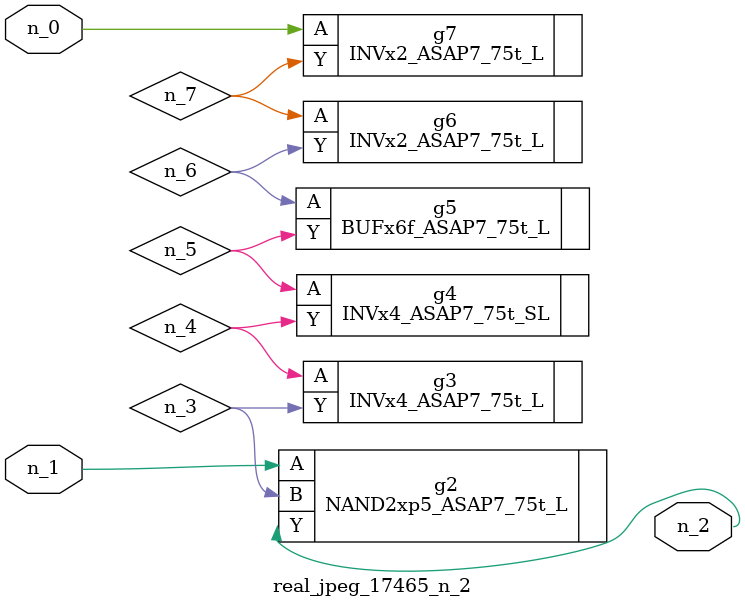
<source format=v>
module real_jpeg_17465_n_2 (n_1, n_0, n_2);

input n_1;
input n_0;

output n_2;

wire n_5;
wire n_4;
wire n_6;
wire n_7;
wire n_3;

INVx2_ASAP7_75t_L g7 ( 
.A(n_0),
.Y(n_7)
);

NAND2xp5_ASAP7_75t_L g2 ( 
.A(n_1),
.B(n_3),
.Y(n_2)
);

INVx4_ASAP7_75t_L g3 ( 
.A(n_4),
.Y(n_3)
);

INVx4_ASAP7_75t_SL g4 ( 
.A(n_5),
.Y(n_4)
);

BUFx6f_ASAP7_75t_L g5 ( 
.A(n_6),
.Y(n_5)
);

INVx2_ASAP7_75t_L g6 ( 
.A(n_7),
.Y(n_6)
);


endmodule
</source>
